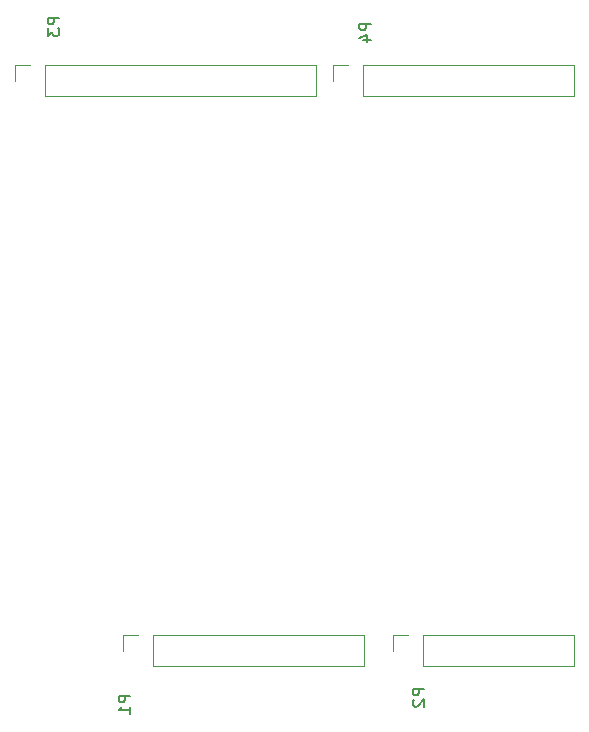
<source format=gbr>
%TF.GenerationSoftware,KiCad,Pcbnew,(5.1.10)-1*%
%TF.CreationDate,2023-02-13T10:48:01+08:00*%
%TF.ProjectId,my_foc_power_shield,6d795f66-6f63-45f7-906f-7765725f7368,rev?*%
%TF.SameCoordinates,Original*%
%TF.FileFunction,Legend,Bot*%
%TF.FilePolarity,Positive*%
%FSLAX46Y46*%
G04 Gerber Fmt 4.6, Leading zero omitted, Abs format (unit mm)*
G04 Created by KiCad (PCBNEW (5.1.10)-1) date 2023-02-13 10:48:01*
%MOMM*%
%LPD*%
G01*
G04 APERTURE LIST*
%ADD10C,0.120000*%
%ADD11C,0.150000*%
G04 APERTURE END LIST*
D10*
%TO.C,P3*%
X128464000Y-74235000D02*
X128464000Y-75565000D01*
X129794000Y-74235000D02*
X128464000Y-74235000D01*
X131064000Y-74235000D02*
X131064000Y-76895000D01*
X131064000Y-76895000D02*
X153984000Y-76895000D01*
X131064000Y-74235000D02*
X153984000Y-74235000D01*
X153984000Y-74235000D02*
X153984000Y-76895000D01*
%TO.C,P1*%
X137608000Y-122495000D02*
X137608000Y-123825000D01*
X138938000Y-122495000D02*
X137608000Y-122495000D01*
X140208000Y-122495000D02*
X140208000Y-125155000D01*
X140208000Y-125155000D02*
X158048000Y-125155000D01*
X140208000Y-122495000D02*
X158048000Y-122495000D01*
X158048000Y-122495000D02*
X158048000Y-125155000D01*
%TO.C,P4*%
X155388000Y-74235000D02*
X155388000Y-75565000D01*
X156718000Y-74235000D02*
X155388000Y-74235000D01*
X157988000Y-74235000D02*
X157988000Y-76895000D01*
X157988000Y-76895000D02*
X175828000Y-76895000D01*
X157988000Y-74235000D02*
X175828000Y-74235000D01*
X175828000Y-74235000D02*
X175828000Y-76895000D01*
%TO.C,P2*%
X160468000Y-122495000D02*
X160468000Y-123825000D01*
X161798000Y-122495000D02*
X160468000Y-122495000D01*
X163068000Y-122495000D02*
X163068000Y-125155000D01*
X163068000Y-125155000D02*
X175828000Y-125155000D01*
X163068000Y-122495000D02*
X175828000Y-122495000D01*
X175828000Y-122495000D02*
X175828000Y-125155000D01*
%TO.C,P3*%
D11*
X132250380Y-70226904D02*
X131250380Y-70226904D01*
X131250380Y-70607857D01*
X131298000Y-70703095D01*
X131345619Y-70750714D01*
X131440857Y-70798333D01*
X131583714Y-70798333D01*
X131678952Y-70750714D01*
X131726571Y-70703095D01*
X131774190Y-70607857D01*
X131774190Y-70226904D01*
X131250380Y-71131666D02*
X131250380Y-71750714D01*
X131631333Y-71417380D01*
X131631333Y-71560238D01*
X131678952Y-71655476D01*
X131726571Y-71703095D01*
X131821809Y-71750714D01*
X132059904Y-71750714D01*
X132155142Y-71703095D01*
X132202761Y-71655476D01*
X132250380Y-71560238D01*
X132250380Y-71274523D01*
X132202761Y-71179285D01*
X132155142Y-71131666D01*
%TO.C,P1*%
X138250380Y-127626904D02*
X137250380Y-127626904D01*
X137250380Y-128007857D01*
X137298000Y-128103095D01*
X137345619Y-128150714D01*
X137440857Y-128198333D01*
X137583714Y-128198333D01*
X137678952Y-128150714D01*
X137726571Y-128103095D01*
X137774190Y-128007857D01*
X137774190Y-127626904D01*
X138250380Y-129150714D02*
X138250380Y-128579285D01*
X138250380Y-128865000D02*
X137250380Y-128865000D01*
X137393238Y-128769761D01*
X137488476Y-128674523D01*
X137536095Y-128579285D01*
%TO.C,P4*%
X158650380Y-70726904D02*
X157650380Y-70726904D01*
X157650380Y-71107857D01*
X157698000Y-71203095D01*
X157745619Y-71250714D01*
X157840857Y-71298333D01*
X157983714Y-71298333D01*
X158078952Y-71250714D01*
X158126571Y-71203095D01*
X158174190Y-71107857D01*
X158174190Y-70726904D01*
X157983714Y-72155476D02*
X158650380Y-72155476D01*
X157602761Y-71917380D02*
X158317047Y-71679285D01*
X158317047Y-72298333D01*
%TO.C,P2*%
X163150380Y-127026904D02*
X162150380Y-127026904D01*
X162150380Y-127407857D01*
X162198000Y-127503095D01*
X162245619Y-127550714D01*
X162340857Y-127598333D01*
X162483714Y-127598333D01*
X162578952Y-127550714D01*
X162626571Y-127503095D01*
X162674190Y-127407857D01*
X162674190Y-127026904D01*
X162245619Y-127979285D02*
X162198000Y-128026904D01*
X162150380Y-128122142D01*
X162150380Y-128360238D01*
X162198000Y-128455476D01*
X162245619Y-128503095D01*
X162340857Y-128550714D01*
X162436095Y-128550714D01*
X162578952Y-128503095D01*
X163150380Y-127931666D01*
X163150380Y-128550714D01*
%TD*%
M02*

</source>
